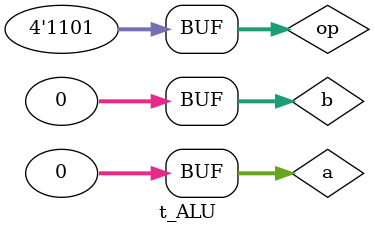
<source format=v>
module ALU(a, b, sel, out);
input [31:0] a;
input [31:0] b;
input [3:0] sel;
output [31:0] out;

reg [31:0] out;

always @(*) begin
	case(sel)
	4'b0000: out <= a + b;
	4'b0001: out <= a - b;
	4'b0010: out <= a << b;
	4'b0011: out <= ($signed(a) < $signed(b)) ? 32'd1 : 32'd0;
	4'b0100: out <= (a < b) ? 32'd1 : 32'd0;
	4'b0101: out <= a ^ b;
	4'b0110: out <= a >> b;
	4'b0111: out <= a >>> b;
	4'b1000: out <= a | b;
	4'b1001: out <= a & b;
	default: out <= b;
	endcase
end

initial
	out <= 32'd0;

endmodule

module t_ALU;
reg [31:0] a;
reg [31:0] b;
reg [3:0] op; 
wire [31:0] out;

ALU test(a,b,op,out);

initial begin
  #0 a = 32'd10; b = 32'd1; op=0;
  #20 a = 32'd4; b = 32'd5; op=7;
  #20 a = -2; b = -1; op=3;
  #20 a = -2; b = -4; op=2;
  #20 a = 32'd0; b = 32'd10; op=6;
  #20 a = 0; b = 0; op=13;
end
endmodule

</source>
